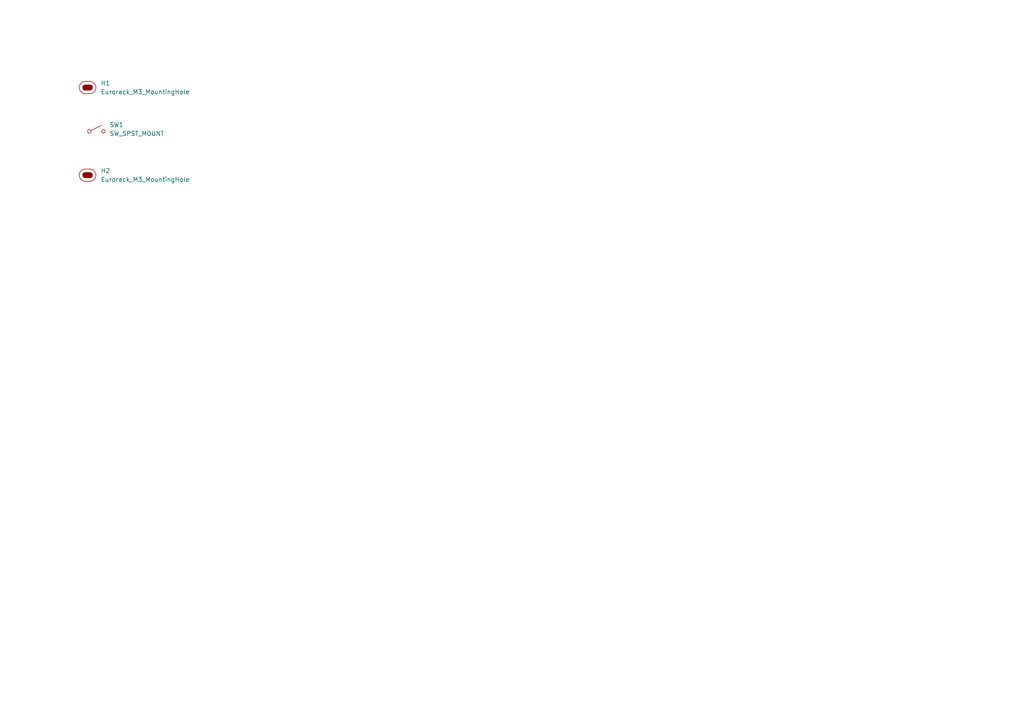
<source format=kicad_sch>
(kicad_sch (version 20250114) (generator "eeschema") (generator_version "9.0")
  (paper "A4")
  (lib_symbols
    (symbol "EXC:Eurorack_M3_MountingHole" (pin_names (offset 1.016))
      (property "Reference" "H" (at 0 5.08 0))
      (property "Value" "Eurorack_M3_MountingHole" (at 0 3.175 0))
      (symbol "Eurorack_M3_MountingHole_0_1"
        (polyline (pts (xy -0.635 0.762) (xy 0.635 0.762)))
        (circle (center -0.635 0) (radius 0.762) (fill (type outline)))
        (arc (start -0.635 -0.762) (mid -1.397 0) (end -0.635 0.762))
        (arc (start -0.635 -1.778) (mid -2.413 0) (end -0.635 1.778))
        (polyline (pts (xy -0.635 -0.762) (xy 0.635 -0.762)))
        (polyline (pts (xy -0.635 -1.778) (xy 0.635 -1.778)))
        (circle (center 0 0) (radius 0.762) (fill (type outline)))
        (polyline (pts (xy 0.635 1.778) (xy -0.635 1.778)))
        (arc (start 0.6141 1.778) (mid 2.4131 0) (end 0.6141 -1.778))
        (arc (start 0.6227 0.762) (mid 1.3971 0) (end 0.6227 -0.762))
        (circle (center 0.635 0) (radius 0.762) (fill (type outline)))
      )
    )
    (symbol "EXC:SW_SPST-Cherry_Panel_Mount" (pin_names (offset 0) (hide yes))
      (property "Reference" "SW" (at 0 3.175 0))
      (property "Value" "SW_SPST_MOUNT" (at 0 -2.032 0))
      (symbol "SW_SPST-Cherry_Panel_Mount_0_0"
        (circle (center -2.032 0) (radius 0.508))
        (polyline (pts (xy -1.524 0.254) (xy 1.524 1.778)))
        (circle (center 2.032 0) (radius 0.508))
      )
    )
  )
  (symbol (lib_id "EXC:SW_SPST-Cherry_Panel_Mount") (at 27.94 38.1 0) (unit 1)
    (property "Reference" "SW1" (at 31.75 36.1949 0) (effects (justify left)))
    (property "Value" "SW_SPST_MOUNT" (at 31.75 38.7349 0) (effects (justify left)))
    (property "Footprint" "EXC:SW_Cherry_MX_1.00u_Mount" (effects (hide yes)))
    (property "Datasheet" "https://hirosarts.com/blog/keycap-dimensions-guide-for-beginners/" (effects (hide yes)))
    (property "Description" "Single Pole Single Throw (SPST) panel-mount switch" (effects (hide yes)))
    (property "Source" "https://www.adafruit.com/product/4954" (effects (hide yes)))
  )
  (symbol (lib_id "EXC:Eurorack_M3_MountingHole") (at 25.4 25.4 0) (unit 1)
    (property "Reference" "H1" (at 29.21 24.1299 0) (effects (justify left)))
    (property "Value" "Eurorack_M3_MountingHole" (at 29.21 26.6699 0) (effects (justify left)))
    (property "Footprint" "EXC:MountingHole_3.2mm_M3" (effects (hide yes)))
    (property "Description" "Mounting Hole without connection" (effects (hide yes)))
  )
  (symbol (lib_id "EXC:Eurorack_M3_MountingHole") (at 25.4 50.8 0) (unit 1)
    (property "Reference" "H2" (at 29.21 49.5299 0) (effects (justify left)))
    (property "Value" "Eurorack_M3_MountingHole" (at 29.21 52.0699 0) (effects (justify left)))
    (property "Footprint" "EXC:MountingHole_3.2mm_M3" (effects (hide yes)))
    (property "Description" "Mounting Hole without connection" (effects (hide yes)))
  )
)
</source>
